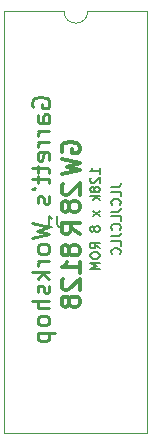
<source format=gbo>
G04 #@! TF.GenerationSoftware,KiCad,Pcbnew,(5.1.5-0-10_14)*
G04 #@! TF.CreationDate,2021-03-12T10:35:43-05:00*
G04 #@! TF.ProjectId,GW28R8128,47573238-5238-4313-9238-2e6b69636164,rev?*
G04 #@! TF.SameCoordinates,Original*
G04 #@! TF.FileFunction,Legend,Bot*
G04 #@! TF.FilePolarity,Positive*
%FSLAX46Y46*%
G04 Gerber Fmt 4.6, Leading zero omitted, Abs format (unit mm)*
G04 Created by KiCad (PCBNEW (5.1.5-0-10_14)) date 2021-03-12 10:35:43*
%MOMM*%
%LPD*%
G04 APERTURE LIST*
%ADD10C,0.203200*%
%ADD11C,0.300000*%
%ADD12C,0.225000*%
%ADD13C,0.120000*%
%ADD14C,0.150000*%
%ADD15C,0.100000*%
G04 APERTURE END LIST*
D10*
X51243895Y-33866666D02*
X51824466Y-33866666D01*
X51940580Y-33827961D01*
X52017990Y-33750552D01*
X52056695Y-33634438D01*
X52056695Y-33557028D01*
X52056695Y-34640761D02*
X52056695Y-34253714D01*
X51243895Y-34253714D01*
X51979285Y-35376152D02*
X52017990Y-35337447D01*
X52056695Y-35221333D01*
X52056695Y-35143923D01*
X52017990Y-35027809D01*
X51940580Y-34950400D01*
X51863171Y-34911695D01*
X51708352Y-34872990D01*
X51592238Y-34872990D01*
X51437419Y-34911695D01*
X51360009Y-34950400D01*
X51282600Y-35027809D01*
X51243895Y-35143923D01*
X51243895Y-35221333D01*
X51282600Y-35337447D01*
X51321304Y-35376152D01*
X51243895Y-35956723D02*
X51824466Y-35956723D01*
X51940580Y-35918019D01*
X52017990Y-35840609D01*
X52056695Y-35724495D01*
X52056695Y-35647085D01*
X52056695Y-36730819D02*
X52056695Y-36343771D01*
X51243895Y-36343771D01*
X51979285Y-37466209D02*
X52017990Y-37427504D01*
X52056695Y-37311390D01*
X52056695Y-37233980D01*
X52017990Y-37117866D01*
X51940580Y-37040457D01*
X51863171Y-37001752D01*
X51708352Y-36963047D01*
X51592238Y-36963047D01*
X51437419Y-37001752D01*
X51360009Y-37040457D01*
X51282600Y-37117866D01*
X51243895Y-37233980D01*
X51243895Y-37311390D01*
X51282600Y-37427504D01*
X51321304Y-37466209D01*
X51243895Y-38046780D02*
X51824466Y-38046780D01*
X51940580Y-38008076D01*
X52017990Y-37930666D01*
X52056695Y-37814552D01*
X52056695Y-37737142D01*
X52056695Y-38820876D02*
X52056695Y-38433828D01*
X51243895Y-38433828D01*
X51979285Y-39556266D02*
X52017990Y-39517561D01*
X52056695Y-39401447D01*
X52056695Y-39324038D01*
X52017990Y-39207923D01*
X51940580Y-39130514D01*
X51863171Y-39091809D01*
X51708352Y-39053104D01*
X51592238Y-39053104D01*
X51437419Y-39091809D01*
X51360009Y-39130514D01*
X51282600Y-39207923D01*
X51243895Y-39324038D01*
X51243895Y-39401447D01*
X51282600Y-39517561D01*
X51321304Y-39556266D01*
X50278695Y-32763580D02*
X50278695Y-32299123D01*
X50278695Y-32531352D02*
X49465895Y-32531352D01*
X49582009Y-32453942D01*
X49659419Y-32376533D01*
X49698123Y-32299123D01*
X49543304Y-33073219D02*
X49504600Y-33111923D01*
X49465895Y-33189333D01*
X49465895Y-33382857D01*
X49504600Y-33460266D01*
X49543304Y-33498971D01*
X49620714Y-33537676D01*
X49698123Y-33537676D01*
X49814238Y-33498971D01*
X50278695Y-33034514D01*
X50278695Y-33537676D01*
X49814238Y-34002133D02*
X49775533Y-33924723D01*
X49736828Y-33886019D01*
X49659419Y-33847314D01*
X49620714Y-33847314D01*
X49543304Y-33886019D01*
X49504600Y-33924723D01*
X49465895Y-34002133D01*
X49465895Y-34156952D01*
X49504600Y-34234361D01*
X49543304Y-34273066D01*
X49620714Y-34311771D01*
X49659419Y-34311771D01*
X49736828Y-34273066D01*
X49775533Y-34234361D01*
X49814238Y-34156952D01*
X49814238Y-34002133D01*
X49852942Y-33924723D01*
X49891647Y-33886019D01*
X49969057Y-33847314D01*
X50123876Y-33847314D01*
X50201285Y-33886019D01*
X50239990Y-33924723D01*
X50278695Y-34002133D01*
X50278695Y-34156952D01*
X50239990Y-34234361D01*
X50201285Y-34273066D01*
X50123876Y-34311771D01*
X49969057Y-34311771D01*
X49891647Y-34273066D01*
X49852942Y-34234361D01*
X49814238Y-34156952D01*
X50278695Y-34660114D02*
X49465895Y-34660114D01*
X49969057Y-34737523D02*
X50278695Y-34969752D01*
X49736828Y-34969752D02*
X50046466Y-34660114D01*
X50278695Y-35859961D02*
X49736828Y-36285714D01*
X49736828Y-35859961D02*
X50278695Y-36285714D01*
X49814238Y-37330742D02*
X49775533Y-37253333D01*
X49736828Y-37214628D01*
X49659419Y-37175923D01*
X49620714Y-37175923D01*
X49543304Y-37214628D01*
X49504600Y-37253333D01*
X49465895Y-37330742D01*
X49465895Y-37485561D01*
X49504600Y-37562971D01*
X49543304Y-37601676D01*
X49620714Y-37640380D01*
X49659419Y-37640380D01*
X49736828Y-37601676D01*
X49775533Y-37562971D01*
X49814238Y-37485561D01*
X49814238Y-37330742D01*
X49852942Y-37253333D01*
X49891647Y-37214628D01*
X49969057Y-37175923D01*
X50123876Y-37175923D01*
X50201285Y-37214628D01*
X50239990Y-37253333D01*
X50278695Y-37330742D01*
X50278695Y-37485561D01*
X50239990Y-37562971D01*
X50201285Y-37601676D01*
X50123876Y-37640380D01*
X49969057Y-37640380D01*
X49891647Y-37601676D01*
X49852942Y-37562971D01*
X49814238Y-37485561D01*
X50278695Y-39072457D02*
X49891647Y-38801523D01*
X50278695Y-38608000D02*
X49465895Y-38608000D01*
X49465895Y-38917638D01*
X49504600Y-38995047D01*
X49543304Y-39033752D01*
X49620714Y-39072457D01*
X49736828Y-39072457D01*
X49814238Y-39033752D01*
X49852942Y-38995047D01*
X49891647Y-38917638D01*
X49891647Y-38608000D01*
X49465895Y-39575619D02*
X49465895Y-39730438D01*
X49504600Y-39807847D01*
X49582009Y-39885257D01*
X49736828Y-39923961D01*
X50007761Y-39923961D01*
X50162580Y-39885257D01*
X50239990Y-39807847D01*
X50278695Y-39730438D01*
X50278695Y-39575619D01*
X50239990Y-39498209D01*
X50162580Y-39420800D01*
X50007761Y-39382095D01*
X49736828Y-39382095D01*
X49582009Y-39420800D01*
X49504600Y-39498209D01*
X49465895Y-39575619D01*
X50278695Y-40272304D02*
X49465895Y-40272304D01*
X50046466Y-40543238D01*
X49465895Y-40814171D01*
X50278695Y-40814171D01*
D11*
X47697571Y-39079714D02*
X47625000Y-38934571D01*
X47552428Y-38862000D01*
X47407285Y-38789428D01*
X47334714Y-38789428D01*
X47189571Y-38862000D01*
X47117000Y-38934571D01*
X47044428Y-39079714D01*
X47044428Y-39370000D01*
X47117000Y-39515142D01*
X47189571Y-39587714D01*
X47334714Y-39660285D01*
X47407285Y-39660285D01*
X47552428Y-39587714D01*
X47625000Y-39515142D01*
X47697571Y-39370000D01*
X47697571Y-39079714D01*
X47770142Y-38934571D01*
X47842714Y-38862000D01*
X47987857Y-38789428D01*
X48278142Y-38789428D01*
X48423285Y-38862000D01*
X48495857Y-38934571D01*
X48568428Y-39079714D01*
X48568428Y-39370000D01*
X48495857Y-39515142D01*
X48423285Y-39587714D01*
X48278142Y-39660285D01*
X47987857Y-39660285D01*
X47842714Y-39587714D01*
X47770142Y-39515142D01*
X47697571Y-39370000D01*
X48568428Y-41111714D02*
X48568428Y-40240857D01*
X48568428Y-40676285D02*
X47044428Y-40676285D01*
X47262142Y-40531142D01*
X47407285Y-40386000D01*
X47479857Y-40240857D01*
X47189571Y-41692285D02*
X47117000Y-41764857D01*
X47044428Y-41910000D01*
X47044428Y-42272857D01*
X47117000Y-42418000D01*
X47189571Y-42490571D01*
X47334714Y-42563142D01*
X47479857Y-42563142D01*
X47697571Y-42490571D01*
X48568428Y-41619714D01*
X48568428Y-42563142D01*
X47697571Y-43434000D02*
X47625000Y-43288857D01*
X47552428Y-43216285D01*
X47407285Y-43143714D01*
X47334714Y-43143714D01*
X47189571Y-43216285D01*
X47117000Y-43288857D01*
X47044428Y-43434000D01*
X47044428Y-43724285D01*
X47117000Y-43869428D01*
X47189571Y-43942000D01*
X47334714Y-44014571D01*
X47407285Y-44014571D01*
X47552428Y-43942000D01*
X47625000Y-43869428D01*
X47697571Y-43724285D01*
X47697571Y-43434000D01*
X47770142Y-43288857D01*
X47842714Y-43216285D01*
X47987857Y-43143714D01*
X48278142Y-43143714D01*
X48423285Y-43216285D01*
X48495857Y-43288857D01*
X48568428Y-43434000D01*
X48568428Y-43724285D01*
X48495857Y-43869428D01*
X48423285Y-43942000D01*
X48278142Y-44014571D01*
X47987857Y-44014571D01*
X47842714Y-43942000D01*
X47770142Y-43869428D01*
X47697571Y-43724285D01*
X48568428Y-37809714D02*
X47842714Y-37301714D01*
X48568428Y-36938857D02*
X47044428Y-36938857D01*
X47044428Y-37519428D01*
X47117000Y-37664571D01*
X47189571Y-37737142D01*
X47334714Y-37809714D01*
X47552428Y-37809714D01*
X47697571Y-37737142D01*
X47770142Y-37664571D01*
X47842714Y-37519428D01*
X47842714Y-36938857D01*
X47189571Y-33636857D02*
X47117000Y-33709428D01*
X47044428Y-33854571D01*
X47044428Y-34217428D01*
X47117000Y-34362571D01*
X47189571Y-34435142D01*
X47334714Y-34507714D01*
X47479857Y-34507714D01*
X47697571Y-34435142D01*
X48568428Y-33564285D01*
X48568428Y-34507714D01*
X47697571Y-35378571D02*
X47625000Y-35233428D01*
X47552428Y-35160857D01*
X47407285Y-35088285D01*
X47334714Y-35088285D01*
X47189571Y-35160857D01*
X47117000Y-35233428D01*
X47044428Y-35378571D01*
X47044428Y-35668857D01*
X47117000Y-35814000D01*
X47189571Y-35886571D01*
X47334714Y-35959142D01*
X47407285Y-35959142D01*
X47552428Y-35886571D01*
X47625000Y-35814000D01*
X47697571Y-35668857D01*
X47697571Y-35378571D01*
X47770142Y-35233428D01*
X47842714Y-35160857D01*
X47987857Y-35088285D01*
X48278142Y-35088285D01*
X48423285Y-35160857D01*
X48495857Y-35233428D01*
X48568428Y-35378571D01*
X48568428Y-35668857D01*
X48495857Y-35814000D01*
X48423285Y-35886571D01*
X48278142Y-35959142D01*
X47987857Y-35959142D01*
X47842714Y-35886571D01*
X47770142Y-35814000D01*
X47697571Y-35668857D01*
X47117000Y-30897285D02*
X47044428Y-30752142D01*
X47044428Y-30534428D01*
X47117000Y-30316714D01*
X47262142Y-30171571D01*
X47407285Y-30099000D01*
X47697571Y-30026428D01*
X47915285Y-30026428D01*
X48205571Y-30099000D01*
X48350714Y-30171571D01*
X48495857Y-30316714D01*
X48568428Y-30534428D01*
X48568428Y-30679571D01*
X48495857Y-30897285D01*
X48423285Y-30969857D01*
X47915285Y-30969857D01*
X47915285Y-30679571D01*
X47044428Y-31477857D02*
X48568428Y-31840714D01*
X47479857Y-32131000D01*
X48568428Y-32421285D01*
X47044428Y-32784142D01*
D12*
X44589000Y-27076000D02*
X44517571Y-26933142D01*
X44517571Y-26718857D01*
X44589000Y-26504571D01*
X44731857Y-26361714D01*
X44874714Y-26290285D01*
X45160428Y-26218857D01*
X45374714Y-26218857D01*
X45660428Y-26290285D01*
X45803285Y-26361714D01*
X45946142Y-26504571D01*
X46017571Y-26718857D01*
X46017571Y-26861714D01*
X45946142Y-27076000D01*
X45874714Y-27147428D01*
X45374714Y-27147428D01*
X45374714Y-26861714D01*
X46017571Y-28433142D02*
X45231857Y-28433142D01*
X45089000Y-28361714D01*
X45017571Y-28218857D01*
X45017571Y-27933142D01*
X45089000Y-27790285D01*
X45946142Y-28433142D02*
X46017571Y-28290285D01*
X46017571Y-27933142D01*
X45946142Y-27790285D01*
X45803285Y-27718857D01*
X45660428Y-27718857D01*
X45517571Y-27790285D01*
X45446142Y-27933142D01*
X45446142Y-28290285D01*
X45374714Y-28433142D01*
X46017571Y-29147428D02*
X45017571Y-29147428D01*
X45303285Y-29147428D02*
X45160428Y-29218857D01*
X45089000Y-29290285D01*
X45017571Y-29433142D01*
X45017571Y-29576000D01*
X46017571Y-30076000D02*
X45017571Y-30076000D01*
X45303285Y-30076000D02*
X45160428Y-30147428D01*
X45089000Y-30218857D01*
X45017571Y-30361714D01*
X45017571Y-30504571D01*
X45946142Y-31576000D02*
X46017571Y-31433142D01*
X46017571Y-31147428D01*
X45946142Y-31004571D01*
X45803285Y-30933142D01*
X45231857Y-30933142D01*
X45089000Y-31004571D01*
X45017571Y-31147428D01*
X45017571Y-31433142D01*
X45089000Y-31576000D01*
X45231857Y-31647428D01*
X45374714Y-31647428D01*
X45517571Y-30933142D01*
X45017571Y-32076000D02*
X45017571Y-32647428D01*
X44517571Y-32290285D02*
X45803285Y-32290285D01*
X45946142Y-32361714D01*
X46017571Y-32504571D01*
X46017571Y-32647428D01*
X45017571Y-32933142D02*
X45017571Y-33504571D01*
X44517571Y-33147428D02*
X45803285Y-33147428D01*
X45946142Y-33218857D01*
X46017571Y-33361714D01*
X46017571Y-33504571D01*
X44517571Y-34076000D02*
X44589000Y-34076000D01*
X44731857Y-34004571D01*
X44803285Y-33933142D01*
X45946142Y-34647428D02*
X46017571Y-34790285D01*
X46017571Y-35076000D01*
X45946142Y-35218857D01*
X45803285Y-35290285D01*
X45731857Y-35290285D01*
X45589000Y-35218857D01*
X45517571Y-35076000D01*
X45517571Y-34861714D01*
X45446142Y-34718857D01*
X45303285Y-34647428D01*
X45231857Y-34647428D01*
X45089000Y-34718857D01*
X45017571Y-34861714D01*
X45017571Y-35076000D01*
X45089000Y-35218857D01*
X44517571Y-36933142D02*
X46017571Y-37290285D01*
X44946142Y-37576000D01*
X46017571Y-37861714D01*
X44517571Y-38218857D01*
X46017571Y-39004571D02*
X45946142Y-38861714D01*
X45874714Y-38790285D01*
X45731857Y-38718857D01*
X45303285Y-38718857D01*
X45160428Y-38790285D01*
X45089000Y-38861714D01*
X45017571Y-39004571D01*
X45017571Y-39218857D01*
X45089000Y-39361714D01*
X45160428Y-39433142D01*
X45303285Y-39504571D01*
X45731857Y-39504571D01*
X45874714Y-39433142D01*
X45946142Y-39361714D01*
X46017571Y-39218857D01*
X46017571Y-39004571D01*
X46017571Y-40147428D02*
X45017571Y-40147428D01*
X45303285Y-40147428D02*
X45160428Y-40218857D01*
X45089000Y-40290285D01*
X45017571Y-40433142D01*
X45017571Y-40576000D01*
X46017571Y-41076000D02*
X44517571Y-41076000D01*
X45446142Y-41218857D02*
X46017571Y-41647428D01*
X45017571Y-41647428D02*
X45589000Y-41076000D01*
X45946142Y-42218857D02*
X46017571Y-42361714D01*
X46017571Y-42647428D01*
X45946142Y-42790285D01*
X45803285Y-42861714D01*
X45731857Y-42861714D01*
X45589000Y-42790285D01*
X45517571Y-42647428D01*
X45517571Y-42433142D01*
X45446142Y-42290285D01*
X45303285Y-42218857D01*
X45231857Y-42218857D01*
X45089000Y-42290285D01*
X45017571Y-42433142D01*
X45017571Y-42647428D01*
X45089000Y-42790285D01*
X46017571Y-43504571D02*
X44517571Y-43504571D01*
X46017571Y-44147428D02*
X45231857Y-44147428D01*
X45089000Y-44076000D01*
X45017571Y-43933142D01*
X45017571Y-43718857D01*
X45089000Y-43576000D01*
X45160428Y-43504571D01*
X46017571Y-45076000D02*
X45946142Y-44933142D01*
X45874714Y-44861714D01*
X45731857Y-44790285D01*
X45303285Y-44790285D01*
X45160428Y-44861714D01*
X45089000Y-44933142D01*
X45017571Y-45076000D01*
X45017571Y-45290285D01*
X45089000Y-45433142D01*
X45160428Y-45504571D01*
X45303285Y-45576000D01*
X45731857Y-45576000D01*
X45874714Y-45504571D01*
X45946142Y-45433142D01*
X46017571Y-45290285D01*
X46017571Y-45076000D01*
X45017571Y-46218857D02*
X46517571Y-46218857D01*
X45089000Y-46218857D02*
X45017571Y-46361714D01*
X45017571Y-46647428D01*
X45089000Y-46790285D01*
X45160428Y-46861714D01*
X45303285Y-46933142D01*
X45731857Y-46933142D01*
X45874714Y-46861714D01*
X45946142Y-46790285D01*
X46017571Y-46647428D01*
X46017571Y-46361714D01*
X45946142Y-46218857D01*
D13*
X49260000Y-18990000D02*
G75*
G02X47260000Y-18990000I-1000000J0D01*
G01*
X47260000Y-18990000D02*
X42200000Y-18990000D01*
X42200000Y-18990000D02*
X42200000Y-54670000D01*
X42200000Y-54670000D02*
X54320000Y-54670000D01*
X54320000Y-54670000D02*
X54320000Y-18990000D01*
X54320000Y-18990000D02*
X49260000Y-18990000D01*
D14*
X46688333Y-36282380D02*
X46688333Y-36996666D01*
X46735952Y-37139523D01*
X46831190Y-37234761D01*
X46974047Y-37282380D01*
X47069285Y-37282380D01*
X45688333Y-37282380D02*
X46259761Y-37282380D01*
X45974047Y-37282380D02*
X45974047Y-36282380D01*
X46069285Y-36425238D01*
X46164523Y-36520476D01*
X46259761Y-36568095D01*
%LPC*%
D15*
G36*
X41118270Y-19107259D02*
G01*
X41188001Y-19117603D01*
X41256383Y-19134731D01*
X41322757Y-19158480D01*
X41386483Y-19188621D01*
X41446948Y-19224862D01*
X41503570Y-19266856D01*
X41555803Y-19314197D01*
X41603144Y-19366430D01*
X41645138Y-19423052D01*
X41681379Y-19483517D01*
X41711520Y-19547243D01*
X41735269Y-19613617D01*
X41752397Y-19681999D01*
X41762741Y-19751730D01*
X41766200Y-19822140D01*
X41766200Y-20817860D01*
X41762741Y-20888270D01*
X41752397Y-20958001D01*
X41735269Y-21026383D01*
X41711520Y-21092757D01*
X41681379Y-21156483D01*
X41645138Y-21216948D01*
X41603144Y-21273570D01*
X41555803Y-21325803D01*
X41503570Y-21373144D01*
X41446948Y-21415138D01*
X41386483Y-21451379D01*
X41322757Y-21481520D01*
X41256383Y-21505269D01*
X41188001Y-21522397D01*
X41118270Y-21532741D01*
X41047860Y-21536200D01*
X40432140Y-21536200D01*
X40361730Y-21532741D01*
X40291999Y-21522397D01*
X40223617Y-21505269D01*
X40157243Y-21481520D01*
X40093517Y-21451379D01*
X40033052Y-21415138D01*
X39976430Y-21373144D01*
X39924197Y-21325803D01*
X39876856Y-21273570D01*
X39834862Y-21216948D01*
X39798621Y-21156483D01*
X39768480Y-21092757D01*
X39744731Y-21026383D01*
X39727603Y-20958001D01*
X39717259Y-20888270D01*
X39713800Y-20817860D01*
X39713800Y-19822140D01*
X39717259Y-19751730D01*
X39727603Y-19681999D01*
X39744731Y-19613617D01*
X39768480Y-19547243D01*
X39798621Y-19483517D01*
X39834862Y-19423052D01*
X39876856Y-19366430D01*
X39924197Y-19314197D01*
X39976430Y-19266856D01*
X40033052Y-19224862D01*
X40093517Y-19188621D01*
X40157243Y-19158480D01*
X40223617Y-19134731D01*
X40291999Y-19117603D01*
X40361730Y-19107259D01*
X40432140Y-19103800D01*
X41047860Y-19103800D01*
X41118270Y-19107259D01*
G37*
G36*
X56158270Y-52127259D02*
G01*
X56228001Y-52137603D01*
X56296383Y-52154731D01*
X56362757Y-52178480D01*
X56426483Y-52208621D01*
X56486948Y-52244862D01*
X56543570Y-52286856D01*
X56595803Y-52334197D01*
X56643144Y-52386430D01*
X56685138Y-52443052D01*
X56721379Y-52503517D01*
X56751520Y-52567243D01*
X56775269Y-52633617D01*
X56792397Y-52701999D01*
X56802741Y-52771730D01*
X56806200Y-52842140D01*
X56806200Y-53837860D01*
X56802741Y-53908270D01*
X56792397Y-53978001D01*
X56775269Y-54046383D01*
X56751520Y-54112757D01*
X56721379Y-54176483D01*
X56685138Y-54236948D01*
X56643144Y-54293570D01*
X56595803Y-54345803D01*
X56543570Y-54393144D01*
X56486948Y-54435138D01*
X56426483Y-54471379D01*
X56362757Y-54501520D01*
X56296383Y-54525269D01*
X56228001Y-54542397D01*
X56158270Y-54552741D01*
X56087860Y-54556200D01*
X55472140Y-54556200D01*
X55401730Y-54552741D01*
X55331999Y-54542397D01*
X55263617Y-54525269D01*
X55197243Y-54501520D01*
X55133517Y-54471379D01*
X55073052Y-54435138D01*
X55016430Y-54393144D01*
X54964197Y-54345803D01*
X54916856Y-54293570D01*
X54874862Y-54236948D01*
X54838621Y-54176483D01*
X54808480Y-54112757D01*
X54784731Y-54046383D01*
X54767603Y-53978001D01*
X54757259Y-53908270D01*
X54753800Y-53837860D01*
X54753800Y-52842140D01*
X54757259Y-52771730D01*
X54767603Y-52701999D01*
X54784731Y-52633617D01*
X54808480Y-52567243D01*
X54838621Y-52503517D01*
X54874862Y-52443052D01*
X54916856Y-52386430D01*
X54964197Y-52334197D01*
X55016430Y-52286856D01*
X55073052Y-52244862D01*
X55133517Y-52208621D01*
X55197243Y-52178480D01*
X55263617Y-52154731D01*
X55331999Y-52137603D01*
X55401730Y-52127259D01*
X55472140Y-52123800D01*
X56087860Y-52123800D01*
X56158270Y-52127259D01*
G37*
G36*
X40981408Y-21646922D02*
G01*
X41044345Y-21656258D01*
X41106063Y-21671717D01*
X41165969Y-21693152D01*
X41223485Y-21720355D01*
X41278058Y-21753065D01*
X41329163Y-21790966D01*
X41376306Y-21833694D01*
X41419034Y-21880837D01*
X41456935Y-21931942D01*
X41489645Y-21986515D01*
X41516848Y-22044031D01*
X41538283Y-22103937D01*
X41553742Y-22165655D01*
X41563078Y-22228592D01*
X41566200Y-22292140D01*
X41566200Y-23427860D01*
X41563078Y-23491408D01*
X41553742Y-23554345D01*
X41538283Y-23616063D01*
X41516848Y-23675969D01*
X41489645Y-23733485D01*
X41456935Y-23788058D01*
X41419034Y-23839163D01*
X41376306Y-23886306D01*
X41329163Y-23929034D01*
X41278058Y-23966935D01*
X41223485Y-23999645D01*
X41165969Y-24026848D01*
X41106063Y-24048283D01*
X41044345Y-24063742D01*
X40981408Y-24073078D01*
X40917860Y-24076200D01*
X40362140Y-24076200D01*
X40298592Y-24073078D01*
X40235655Y-24063742D01*
X40173937Y-24048283D01*
X40114031Y-24026848D01*
X40056515Y-23999645D01*
X40001942Y-23966935D01*
X39950837Y-23929034D01*
X39903694Y-23886306D01*
X39860966Y-23839163D01*
X39823065Y-23788058D01*
X39790355Y-23733485D01*
X39763152Y-23675969D01*
X39741717Y-23616063D01*
X39726258Y-23554345D01*
X39716922Y-23491408D01*
X39713800Y-23427860D01*
X39713800Y-22292140D01*
X39716922Y-22228592D01*
X39726258Y-22165655D01*
X39741717Y-22103937D01*
X39763152Y-22044031D01*
X39790355Y-21986515D01*
X39823065Y-21931942D01*
X39860966Y-21880837D01*
X39903694Y-21833694D01*
X39950837Y-21790966D01*
X40001942Y-21753065D01*
X40056515Y-21720355D01*
X40114031Y-21693152D01*
X40173937Y-21671717D01*
X40235655Y-21656258D01*
X40298592Y-21646922D01*
X40362140Y-21643800D01*
X40917860Y-21643800D01*
X40981408Y-21646922D01*
G37*
G36*
X56221408Y-49586922D02*
G01*
X56284345Y-49596258D01*
X56346063Y-49611717D01*
X56405969Y-49633152D01*
X56463485Y-49660355D01*
X56518058Y-49693065D01*
X56569163Y-49730966D01*
X56616306Y-49773694D01*
X56659034Y-49820837D01*
X56696935Y-49871942D01*
X56729645Y-49926515D01*
X56756848Y-49984031D01*
X56778283Y-50043937D01*
X56793742Y-50105655D01*
X56803078Y-50168592D01*
X56806200Y-50232140D01*
X56806200Y-51367860D01*
X56803078Y-51431408D01*
X56793742Y-51494345D01*
X56778283Y-51556063D01*
X56756848Y-51615969D01*
X56729645Y-51673485D01*
X56696935Y-51728058D01*
X56659034Y-51779163D01*
X56616306Y-51826306D01*
X56569163Y-51869034D01*
X56518058Y-51906935D01*
X56463485Y-51939645D01*
X56405969Y-51966848D01*
X56346063Y-51988283D01*
X56284345Y-52003742D01*
X56221408Y-52013078D01*
X56157860Y-52016200D01*
X55602140Y-52016200D01*
X55538592Y-52013078D01*
X55475655Y-52003742D01*
X55413937Y-51988283D01*
X55354031Y-51966848D01*
X55296515Y-51939645D01*
X55241942Y-51906935D01*
X55190837Y-51869034D01*
X55143694Y-51826306D01*
X55100966Y-51779163D01*
X55063065Y-51728058D01*
X55030355Y-51673485D01*
X55003152Y-51615969D01*
X54981717Y-51556063D01*
X54966258Y-51494345D01*
X54956922Y-51431408D01*
X54953800Y-51367860D01*
X54953800Y-50232140D01*
X54956922Y-50168592D01*
X54966258Y-50105655D01*
X54981717Y-50043937D01*
X55003152Y-49984031D01*
X55030355Y-49926515D01*
X55063065Y-49871942D01*
X55100966Y-49820837D01*
X55143694Y-49773694D01*
X55190837Y-49730966D01*
X55241942Y-49693065D01*
X55296515Y-49660355D01*
X55354031Y-49633152D01*
X55413937Y-49611717D01*
X55475655Y-49596258D01*
X55538592Y-49586922D01*
X55602140Y-49583800D01*
X56157860Y-49583800D01*
X56221408Y-49586922D01*
G37*
G36*
X40981408Y-24186922D02*
G01*
X41044345Y-24196258D01*
X41106063Y-24211717D01*
X41165969Y-24233152D01*
X41223485Y-24260355D01*
X41278058Y-24293065D01*
X41329163Y-24330966D01*
X41376306Y-24373694D01*
X41419034Y-24420837D01*
X41456935Y-24471942D01*
X41489645Y-24526515D01*
X41516848Y-24584031D01*
X41538283Y-24643937D01*
X41553742Y-24705655D01*
X41563078Y-24768592D01*
X41566200Y-24832140D01*
X41566200Y-25967860D01*
X41563078Y-26031408D01*
X41553742Y-26094345D01*
X41538283Y-26156063D01*
X41516848Y-26215969D01*
X41489645Y-26273485D01*
X41456935Y-26328058D01*
X41419034Y-26379163D01*
X41376306Y-26426306D01*
X41329163Y-26469034D01*
X41278058Y-26506935D01*
X41223485Y-26539645D01*
X41165969Y-26566848D01*
X41106063Y-26588283D01*
X41044345Y-26603742D01*
X40981408Y-26613078D01*
X40917860Y-26616200D01*
X40362140Y-26616200D01*
X40298592Y-26613078D01*
X40235655Y-26603742D01*
X40173937Y-26588283D01*
X40114031Y-26566848D01*
X40056515Y-26539645D01*
X40001942Y-26506935D01*
X39950837Y-26469034D01*
X39903694Y-26426306D01*
X39860966Y-26379163D01*
X39823065Y-26328058D01*
X39790355Y-26273485D01*
X39763152Y-26215969D01*
X39741717Y-26156063D01*
X39726258Y-26094345D01*
X39716922Y-26031408D01*
X39713800Y-25967860D01*
X39713800Y-24832140D01*
X39716922Y-24768592D01*
X39726258Y-24705655D01*
X39741717Y-24643937D01*
X39763152Y-24584031D01*
X39790355Y-24526515D01*
X39823065Y-24471942D01*
X39860966Y-24420837D01*
X39903694Y-24373694D01*
X39950837Y-24330966D01*
X40001942Y-24293065D01*
X40056515Y-24260355D01*
X40114031Y-24233152D01*
X40173937Y-24211717D01*
X40235655Y-24196258D01*
X40298592Y-24186922D01*
X40362140Y-24183800D01*
X40917860Y-24183800D01*
X40981408Y-24186922D01*
G37*
G36*
X56221408Y-47046922D02*
G01*
X56284345Y-47056258D01*
X56346063Y-47071717D01*
X56405969Y-47093152D01*
X56463485Y-47120355D01*
X56518058Y-47153065D01*
X56569163Y-47190966D01*
X56616306Y-47233694D01*
X56659034Y-47280837D01*
X56696935Y-47331942D01*
X56729645Y-47386515D01*
X56756848Y-47444031D01*
X56778283Y-47503937D01*
X56793742Y-47565655D01*
X56803078Y-47628592D01*
X56806200Y-47692140D01*
X56806200Y-48827860D01*
X56803078Y-48891408D01*
X56793742Y-48954345D01*
X56778283Y-49016063D01*
X56756848Y-49075969D01*
X56729645Y-49133485D01*
X56696935Y-49188058D01*
X56659034Y-49239163D01*
X56616306Y-49286306D01*
X56569163Y-49329034D01*
X56518058Y-49366935D01*
X56463485Y-49399645D01*
X56405969Y-49426848D01*
X56346063Y-49448283D01*
X56284345Y-49463742D01*
X56221408Y-49473078D01*
X56157860Y-49476200D01*
X55602140Y-49476200D01*
X55538592Y-49473078D01*
X55475655Y-49463742D01*
X55413937Y-49448283D01*
X55354031Y-49426848D01*
X55296515Y-49399645D01*
X55241942Y-49366935D01*
X55190837Y-49329034D01*
X55143694Y-49286306D01*
X55100966Y-49239163D01*
X55063065Y-49188058D01*
X55030355Y-49133485D01*
X55003152Y-49075969D01*
X54981717Y-49016063D01*
X54966258Y-48954345D01*
X54956922Y-48891408D01*
X54953800Y-48827860D01*
X54953800Y-47692140D01*
X54956922Y-47628592D01*
X54966258Y-47565655D01*
X54981717Y-47503937D01*
X55003152Y-47444031D01*
X55030355Y-47386515D01*
X55063065Y-47331942D01*
X55100966Y-47280837D01*
X55143694Y-47233694D01*
X55190837Y-47190966D01*
X55241942Y-47153065D01*
X55296515Y-47120355D01*
X55354031Y-47093152D01*
X55413937Y-47071717D01*
X55475655Y-47056258D01*
X55538592Y-47046922D01*
X55602140Y-47043800D01*
X56157860Y-47043800D01*
X56221408Y-47046922D01*
G37*
G36*
X40981408Y-26726922D02*
G01*
X41044345Y-26736258D01*
X41106063Y-26751717D01*
X41165969Y-26773152D01*
X41223485Y-26800355D01*
X41278058Y-26833065D01*
X41329163Y-26870966D01*
X41376306Y-26913694D01*
X41419034Y-26960837D01*
X41456935Y-27011942D01*
X41489645Y-27066515D01*
X41516848Y-27124031D01*
X41538283Y-27183937D01*
X41553742Y-27245655D01*
X41563078Y-27308592D01*
X41566200Y-27372140D01*
X41566200Y-28507860D01*
X41563078Y-28571408D01*
X41553742Y-28634345D01*
X41538283Y-28696063D01*
X41516848Y-28755969D01*
X41489645Y-28813485D01*
X41456935Y-28868058D01*
X41419034Y-28919163D01*
X41376306Y-28966306D01*
X41329163Y-29009034D01*
X41278058Y-29046935D01*
X41223485Y-29079645D01*
X41165969Y-29106848D01*
X41106063Y-29128283D01*
X41044345Y-29143742D01*
X40981408Y-29153078D01*
X40917860Y-29156200D01*
X40362140Y-29156200D01*
X40298592Y-29153078D01*
X40235655Y-29143742D01*
X40173937Y-29128283D01*
X40114031Y-29106848D01*
X40056515Y-29079645D01*
X40001942Y-29046935D01*
X39950837Y-29009034D01*
X39903694Y-28966306D01*
X39860966Y-28919163D01*
X39823065Y-28868058D01*
X39790355Y-28813485D01*
X39763152Y-28755969D01*
X39741717Y-28696063D01*
X39726258Y-28634345D01*
X39716922Y-28571408D01*
X39713800Y-28507860D01*
X39713800Y-27372140D01*
X39716922Y-27308592D01*
X39726258Y-27245655D01*
X39741717Y-27183937D01*
X39763152Y-27124031D01*
X39790355Y-27066515D01*
X39823065Y-27011942D01*
X39860966Y-26960837D01*
X39903694Y-26913694D01*
X39950837Y-26870966D01*
X40001942Y-26833065D01*
X40056515Y-26800355D01*
X40114031Y-26773152D01*
X40173937Y-26751717D01*
X40235655Y-26736258D01*
X40298592Y-26726922D01*
X40362140Y-26723800D01*
X40917860Y-26723800D01*
X40981408Y-26726922D01*
G37*
G36*
X56221408Y-44506922D02*
G01*
X56284345Y-44516258D01*
X56346063Y-44531717D01*
X56405969Y-44553152D01*
X56463485Y-44580355D01*
X56518058Y-44613065D01*
X56569163Y-44650966D01*
X56616306Y-44693694D01*
X56659034Y-44740837D01*
X56696935Y-44791942D01*
X56729645Y-44846515D01*
X56756848Y-44904031D01*
X56778283Y-44963937D01*
X56793742Y-45025655D01*
X56803078Y-45088592D01*
X56806200Y-45152140D01*
X56806200Y-46287860D01*
X56803078Y-46351408D01*
X56793742Y-46414345D01*
X56778283Y-46476063D01*
X56756848Y-46535969D01*
X56729645Y-46593485D01*
X56696935Y-46648058D01*
X56659034Y-46699163D01*
X56616306Y-46746306D01*
X56569163Y-46789034D01*
X56518058Y-46826935D01*
X56463485Y-46859645D01*
X56405969Y-46886848D01*
X56346063Y-46908283D01*
X56284345Y-46923742D01*
X56221408Y-46933078D01*
X56157860Y-46936200D01*
X55602140Y-46936200D01*
X55538592Y-46933078D01*
X55475655Y-46923742D01*
X55413937Y-46908283D01*
X55354031Y-46886848D01*
X55296515Y-46859645D01*
X55241942Y-46826935D01*
X55190837Y-46789034D01*
X55143694Y-46746306D01*
X55100966Y-46699163D01*
X55063065Y-46648058D01*
X55030355Y-46593485D01*
X55003152Y-46535969D01*
X54981717Y-46476063D01*
X54966258Y-46414345D01*
X54956922Y-46351408D01*
X54953800Y-46287860D01*
X54953800Y-45152140D01*
X54956922Y-45088592D01*
X54966258Y-45025655D01*
X54981717Y-44963937D01*
X55003152Y-44904031D01*
X55030355Y-44846515D01*
X55063065Y-44791942D01*
X55100966Y-44740837D01*
X55143694Y-44693694D01*
X55190837Y-44650966D01*
X55241942Y-44613065D01*
X55296515Y-44580355D01*
X55354031Y-44553152D01*
X55413937Y-44531717D01*
X55475655Y-44516258D01*
X55538592Y-44506922D01*
X55602140Y-44503800D01*
X56157860Y-44503800D01*
X56221408Y-44506922D01*
G37*
G36*
X40981408Y-29266922D02*
G01*
X41044345Y-29276258D01*
X41106063Y-29291717D01*
X41165969Y-29313152D01*
X41223485Y-29340355D01*
X41278058Y-29373065D01*
X41329163Y-29410966D01*
X41376306Y-29453694D01*
X41419034Y-29500837D01*
X41456935Y-29551942D01*
X41489645Y-29606515D01*
X41516848Y-29664031D01*
X41538283Y-29723937D01*
X41553742Y-29785655D01*
X41563078Y-29848592D01*
X41566200Y-29912140D01*
X41566200Y-31047860D01*
X41563078Y-31111408D01*
X41553742Y-31174345D01*
X41538283Y-31236063D01*
X41516848Y-31295969D01*
X41489645Y-31353485D01*
X41456935Y-31408058D01*
X41419034Y-31459163D01*
X41376306Y-31506306D01*
X41329163Y-31549034D01*
X41278058Y-31586935D01*
X41223485Y-31619645D01*
X41165969Y-31646848D01*
X41106063Y-31668283D01*
X41044345Y-31683742D01*
X40981408Y-31693078D01*
X40917860Y-31696200D01*
X40362140Y-31696200D01*
X40298592Y-31693078D01*
X40235655Y-31683742D01*
X40173937Y-31668283D01*
X40114031Y-31646848D01*
X40056515Y-31619645D01*
X40001942Y-31586935D01*
X39950837Y-31549034D01*
X39903694Y-31506306D01*
X39860966Y-31459163D01*
X39823065Y-31408058D01*
X39790355Y-31353485D01*
X39763152Y-31295969D01*
X39741717Y-31236063D01*
X39726258Y-31174345D01*
X39716922Y-31111408D01*
X39713800Y-31047860D01*
X39713800Y-29912140D01*
X39716922Y-29848592D01*
X39726258Y-29785655D01*
X39741717Y-29723937D01*
X39763152Y-29664031D01*
X39790355Y-29606515D01*
X39823065Y-29551942D01*
X39860966Y-29500837D01*
X39903694Y-29453694D01*
X39950837Y-29410966D01*
X40001942Y-29373065D01*
X40056515Y-29340355D01*
X40114031Y-29313152D01*
X40173937Y-29291717D01*
X40235655Y-29276258D01*
X40298592Y-29266922D01*
X40362140Y-29263800D01*
X40917860Y-29263800D01*
X40981408Y-29266922D01*
G37*
G36*
X56221408Y-41966922D02*
G01*
X56284345Y-41976258D01*
X56346063Y-41991717D01*
X56405969Y-42013152D01*
X56463485Y-42040355D01*
X56518058Y-42073065D01*
X56569163Y-42110966D01*
X56616306Y-42153694D01*
X56659034Y-42200837D01*
X56696935Y-42251942D01*
X56729645Y-42306515D01*
X56756848Y-42364031D01*
X56778283Y-42423937D01*
X56793742Y-42485655D01*
X56803078Y-42548592D01*
X56806200Y-42612140D01*
X56806200Y-43747860D01*
X56803078Y-43811408D01*
X56793742Y-43874345D01*
X56778283Y-43936063D01*
X56756848Y-43995969D01*
X56729645Y-44053485D01*
X56696935Y-44108058D01*
X56659034Y-44159163D01*
X56616306Y-44206306D01*
X56569163Y-44249034D01*
X56518058Y-44286935D01*
X56463485Y-44319645D01*
X56405969Y-44346848D01*
X56346063Y-44368283D01*
X56284345Y-44383742D01*
X56221408Y-44393078D01*
X56157860Y-44396200D01*
X55602140Y-44396200D01*
X55538592Y-44393078D01*
X55475655Y-44383742D01*
X55413937Y-44368283D01*
X55354031Y-44346848D01*
X55296515Y-44319645D01*
X55241942Y-44286935D01*
X55190837Y-44249034D01*
X55143694Y-44206306D01*
X55100966Y-44159163D01*
X55063065Y-44108058D01*
X55030355Y-44053485D01*
X55003152Y-43995969D01*
X54981717Y-43936063D01*
X54966258Y-43874345D01*
X54956922Y-43811408D01*
X54953800Y-43747860D01*
X54953800Y-42612140D01*
X54956922Y-42548592D01*
X54966258Y-42485655D01*
X54981717Y-42423937D01*
X55003152Y-42364031D01*
X55030355Y-42306515D01*
X55063065Y-42251942D01*
X55100966Y-42200837D01*
X55143694Y-42153694D01*
X55190837Y-42110966D01*
X55241942Y-42073065D01*
X55296515Y-42040355D01*
X55354031Y-42013152D01*
X55413937Y-41991717D01*
X55475655Y-41976258D01*
X55538592Y-41966922D01*
X55602140Y-41963800D01*
X56157860Y-41963800D01*
X56221408Y-41966922D01*
G37*
G36*
X40981408Y-31806922D02*
G01*
X41044345Y-31816258D01*
X41106063Y-31831717D01*
X41165969Y-31853152D01*
X41223485Y-31880355D01*
X41278058Y-31913065D01*
X41329163Y-31950966D01*
X41376306Y-31993694D01*
X41419034Y-32040837D01*
X41456935Y-32091942D01*
X41489645Y-32146515D01*
X41516848Y-32204031D01*
X41538283Y-32263937D01*
X41553742Y-32325655D01*
X41563078Y-32388592D01*
X41566200Y-32452140D01*
X41566200Y-33587860D01*
X41563078Y-33651408D01*
X41553742Y-33714345D01*
X41538283Y-33776063D01*
X41516848Y-33835969D01*
X41489645Y-33893485D01*
X41456935Y-33948058D01*
X41419034Y-33999163D01*
X41376306Y-34046306D01*
X41329163Y-34089034D01*
X41278058Y-34126935D01*
X41223485Y-34159645D01*
X41165969Y-34186848D01*
X41106063Y-34208283D01*
X41044345Y-34223742D01*
X40981408Y-34233078D01*
X40917860Y-34236200D01*
X40362140Y-34236200D01*
X40298592Y-34233078D01*
X40235655Y-34223742D01*
X40173937Y-34208283D01*
X40114031Y-34186848D01*
X40056515Y-34159645D01*
X40001942Y-34126935D01*
X39950837Y-34089034D01*
X39903694Y-34046306D01*
X39860966Y-33999163D01*
X39823065Y-33948058D01*
X39790355Y-33893485D01*
X39763152Y-33835969D01*
X39741717Y-33776063D01*
X39726258Y-33714345D01*
X39716922Y-33651408D01*
X39713800Y-33587860D01*
X39713800Y-32452140D01*
X39716922Y-32388592D01*
X39726258Y-32325655D01*
X39741717Y-32263937D01*
X39763152Y-32204031D01*
X39790355Y-32146515D01*
X39823065Y-32091942D01*
X39860966Y-32040837D01*
X39903694Y-31993694D01*
X39950837Y-31950966D01*
X40001942Y-31913065D01*
X40056515Y-31880355D01*
X40114031Y-31853152D01*
X40173937Y-31831717D01*
X40235655Y-31816258D01*
X40298592Y-31806922D01*
X40362140Y-31803800D01*
X40917860Y-31803800D01*
X40981408Y-31806922D01*
G37*
G36*
X56221408Y-39426922D02*
G01*
X56284345Y-39436258D01*
X56346063Y-39451717D01*
X56405969Y-39473152D01*
X56463485Y-39500355D01*
X56518058Y-39533065D01*
X56569163Y-39570966D01*
X56616306Y-39613694D01*
X56659034Y-39660837D01*
X56696935Y-39711942D01*
X56729645Y-39766515D01*
X56756848Y-39824031D01*
X56778283Y-39883937D01*
X56793742Y-39945655D01*
X56803078Y-40008592D01*
X56806200Y-40072140D01*
X56806200Y-41207860D01*
X56803078Y-41271408D01*
X56793742Y-41334345D01*
X56778283Y-41396063D01*
X56756848Y-41455969D01*
X56729645Y-41513485D01*
X56696935Y-41568058D01*
X56659034Y-41619163D01*
X56616306Y-41666306D01*
X56569163Y-41709034D01*
X56518058Y-41746935D01*
X56463485Y-41779645D01*
X56405969Y-41806848D01*
X56346063Y-41828283D01*
X56284345Y-41843742D01*
X56221408Y-41853078D01*
X56157860Y-41856200D01*
X55602140Y-41856200D01*
X55538592Y-41853078D01*
X55475655Y-41843742D01*
X55413937Y-41828283D01*
X55354031Y-41806848D01*
X55296515Y-41779645D01*
X55241942Y-41746935D01*
X55190837Y-41709034D01*
X55143694Y-41666306D01*
X55100966Y-41619163D01*
X55063065Y-41568058D01*
X55030355Y-41513485D01*
X55003152Y-41455969D01*
X54981717Y-41396063D01*
X54966258Y-41334345D01*
X54956922Y-41271408D01*
X54953800Y-41207860D01*
X54953800Y-40072140D01*
X54956922Y-40008592D01*
X54966258Y-39945655D01*
X54981717Y-39883937D01*
X55003152Y-39824031D01*
X55030355Y-39766515D01*
X55063065Y-39711942D01*
X55100966Y-39660837D01*
X55143694Y-39613694D01*
X55190837Y-39570966D01*
X55241942Y-39533065D01*
X55296515Y-39500355D01*
X55354031Y-39473152D01*
X55413937Y-39451717D01*
X55475655Y-39436258D01*
X55538592Y-39426922D01*
X55602140Y-39423800D01*
X56157860Y-39423800D01*
X56221408Y-39426922D01*
G37*
G36*
X40981408Y-34346922D02*
G01*
X41044345Y-34356258D01*
X41106063Y-34371717D01*
X41165969Y-34393152D01*
X41223485Y-34420355D01*
X41278058Y-34453065D01*
X41329163Y-34490966D01*
X41376306Y-34533694D01*
X41419034Y-34580837D01*
X41456935Y-34631942D01*
X41489645Y-34686515D01*
X41516848Y-34744031D01*
X41538283Y-34803937D01*
X41553742Y-34865655D01*
X41563078Y-34928592D01*
X41566200Y-34992140D01*
X41566200Y-36127860D01*
X41563078Y-36191408D01*
X41553742Y-36254345D01*
X41538283Y-36316063D01*
X41516848Y-36375969D01*
X41489645Y-36433485D01*
X41456935Y-36488058D01*
X41419034Y-36539163D01*
X41376306Y-36586306D01*
X41329163Y-36629034D01*
X41278058Y-36666935D01*
X41223485Y-36699645D01*
X41165969Y-36726848D01*
X41106063Y-36748283D01*
X41044345Y-36763742D01*
X40981408Y-36773078D01*
X40917860Y-36776200D01*
X40362140Y-36776200D01*
X40298592Y-36773078D01*
X40235655Y-36763742D01*
X40173937Y-36748283D01*
X40114031Y-36726848D01*
X40056515Y-36699645D01*
X40001942Y-36666935D01*
X39950837Y-36629034D01*
X39903694Y-36586306D01*
X39860966Y-36539163D01*
X39823065Y-36488058D01*
X39790355Y-36433485D01*
X39763152Y-36375969D01*
X39741717Y-36316063D01*
X39726258Y-36254345D01*
X39716922Y-36191408D01*
X39713800Y-36127860D01*
X39713800Y-34992140D01*
X39716922Y-34928592D01*
X39726258Y-34865655D01*
X39741717Y-34803937D01*
X39763152Y-34744031D01*
X39790355Y-34686515D01*
X39823065Y-34631942D01*
X39860966Y-34580837D01*
X39903694Y-34533694D01*
X39950837Y-34490966D01*
X40001942Y-34453065D01*
X40056515Y-34420355D01*
X40114031Y-34393152D01*
X40173937Y-34371717D01*
X40235655Y-34356258D01*
X40298592Y-34346922D01*
X40362140Y-34343800D01*
X40917860Y-34343800D01*
X40981408Y-34346922D01*
G37*
G36*
X56221408Y-36886922D02*
G01*
X56284345Y-36896258D01*
X56346063Y-36911717D01*
X56405969Y-36933152D01*
X56463485Y-36960355D01*
X56518058Y-36993065D01*
X56569163Y-37030966D01*
X56616306Y-37073694D01*
X56659034Y-37120837D01*
X56696935Y-37171942D01*
X56729645Y-37226515D01*
X56756848Y-37284031D01*
X56778283Y-37343937D01*
X56793742Y-37405655D01*
X56803078Y-37468592D01*
X56806200Y-37532140D01*
X56806200Y-38667860D01*
X56803078Y-38731408D01*
X56793742Y-38794345D01*
X56778283Y-38856063D01*
X56756848Y-38915969D01*
X56729645Y-38973485D01*
X56696935Y-39028058D01*
X56659034Y-39079163D01*
X56616306Y-39126306D01*
X56569163Y-39169034D01*
X56518058Y-39206935D01*
X56463485Y-39239645D01*
X56405969Y-39266848D01*
X56346063Y-39288283D01*
X56284345Y-39303742D01*
X56221408Y-39313078D01*
X56157860Y-39316200D01*
X55602140Y-39316200D01*
X55538592Y-39313078D01*
X55475655Y-39303742D01*
X55413937Y-39288283D01*
X55354031Y-39266848D01*
X55296515Y-39239645D01*
X55241942Y-39206935D01*
X55190837Y-39169034D01*
X55143694Y-39126306D01*
X55100966Y-39079163D01*
X55063065Y-39028058D01*
X55030355Y-38973485D01*
X55003152Y-38915969D01*
X54981717Y-38856063D01*
X54966258Y-38794345D01*
X54956922Y-38731408D01*
X54953800Y-38667860D01*
X54953800Y-37532140D01*
X54956922Y-37468592D01*
X54966258Y-37405655D01*
X54981717Y-37343937D01*
X55003152Y-37284031D01*
X55030355Y-37226515D01*
X55063065Y-37171942D01*
X55100966Y-37120837D01*
X55143694Y-37073694D01*
X55190837Y-37030966D01*
X55241942Y-36993065D01*
X55296515Y-36960355D01*
X55354031Y-36933152D01*
X55413937Y-36911717D01*
X55475655Y-36896258D01*
X55538592Y-36886922D01*
X55602140Y-36883800D01*
X56157860Y-36883800D01*
X56221408Y-36886922D01*
G37*
G36*
X40981408Y-36886922D02*
G01*
X41044345Y-36896258D01*
X41106063Y-36911717D01*
X41165969Y-36933152D01*
X41223485Y-36960355D01*
X41278058Y-36993065D01*
X41329163Y-37030966D01*
X41376306Y-37073694D01*
X41419034Y-37120837D01*
X41456935Y-37171942D01*
X41489645Y-37226515D01*
X41516848Y-37284031D01*
X41538283Y-37343937D01*
X41553742Y-37405655D01*
X41563078Y-37468592D01*
X41566200Y-37532140D01*
X41566200Y-38667860D01*
X41563078Y-38731408D01*
X41553742Y-38794345D01*
X41538283Y-38856063D01*
X41516848Y-38915969D01*
X41489645Y-38973485D01*
X41456935Y-39028058D01*
X41419034Y-39079163D01*
X41376306Y-39126306D01*
X41329163Y-39169034D01*
X41278058Y-39206935D01*
X41223485Y-39239645D01*
X41165969Y-39266848D01*
X41106063Y-39288283D01*
X41044345Y-39303742D01*
X40981408Y-39313078D01*
X40917860Y-39316200D01*
X40362140Y-39316200D01*
X40298592Y-39313078D01*
X40235655Y-39303742D01*
X40173937Y-39288283D01*
X40114031Y-39266848D01*
X40056515Y-39239645D01*
X40001942Y-39206935D01*
X39950837Y-39169034D01*
X39903694Y-39126306D01*
X39860966Y-39079163D01*
X39823065Y-39028058D01*
X39790355Y-38973485D01*
X39763152Y-38915969D01*
X39741717Y-38856063D01*
X39726258Y-38794345D01*
X39716922Y-38731408D01*
X39713800Y-38667860D01*
X39713800Y-37532140D01*
X39716922Y-37468592D01*
X39726258Y-37405655D01*
X39741717Y-37343937D01*
X39763152Y-37284031D01*
X39790355Y-37226515D01*
X39823065Y-37171942D01*
X39860966Y-37120837D01*
X39903694Y-37073694D01*
X39950837Y-37030966D01*
X40001942Y-36993065D01*
X40056515Y-36960355D01*
X40114031Y-36933152D01*
X40173937Y-36911717D01*
X40235655Y-36896258D01*
X40298592Y-36886922D01*
X40362140Y-36883800D01*
X40917860Y-36883800D01*
X40981408Y-36886922D01*
G37*
G36*
X56221408Y-34346922D02*
G01*
X56284345Y-34356258D01*
X56346063Y-34371717D01*
X56405969Y-34393152D01*
X56463485Y-34420355D01*
X56518058Y-34453065D01*
X56569163Y-34490966D01*
X56616306Y-34533694D01*
X56659034Y-34580837D01*
X56696935Y-34631942D01*
X56729645Y-34686515D01*
X56756848Y-34744031D01*
X56778283Y-34803937D01*
X56793742Y-34865655D01*
X56803078Y-34928592D01*
X56806200Y-34992140D01*
X56806200Y-36127860D01*
X56803078Y-36191408D01*
X56793742Y-36254345D01*
X56778283Y-36316063D01*
X56756848Y-36375969D01*
X56729645Y-36433485D01*
X56696935Y-36488058D01*
X56659034Y-36539163D01*
X56616306Y-36586306D01*
X56569163Y-36629034D01*
X56518058Y-36666935D01*
X56463485Y-36699645D01*
X56405969Y-36726848D01*
X56346063Y-36748283D01*
X56284345Y-36763742D01*
X56221408Y-36773078D01*
X56157860Y-36776200D01*
X55602140Y-36776200D01*
X55538592Y-36773078D01*
X55475655Y-36763742D01*
X55413937Y-36748283D01*
X55354031Y-36726848D01*
X55296515Y-36699645D01*
X55241942Y-36666935D01*
X55190837Y-36629034D01*
X55143694Y-36586306D01*
X55100966Y-36539163D01*
X55063065Y-36488058D01*
X55030355Y-36433485D01*
X55003152Y-36375969D01*
X54981717Y-36316063D01*
X54966258Y-36254345D01*
X54956922Y-36191408D01*
X54953800Y-36127860D01*
X54953800Y-34992140D01*
X54956922Y-34928592D01*
X54966258Y-34865655D01*
X54981717Y-34803937D01*
X55003152Y-34744031D01*
X55030355Y-34686515D01*
X55063065Y-34631942D01*
X55100966Y-34580837D01*
X55143694Y-34533694D01*
X55190837Y-34490966D01*
X55241942Y-34453065D01*
X55296515Y-34420355D01*
X55354031Y-34393152D01*
X55413937Y-34371717D01*
X55475655Y-34356258D01*
X55538592Y-34346922D01*
X55602140Y-34343800D01*
X56157860Y-34343800D01*
X56221408Y-34346922D01*
G37*
G36*
X40981408Y-39426922D02*
G01*
X41044345Y-39436258D01*
X41106063Y-39451717D01*
X41165969Y-39473152D01*
X41223485Y-39500355D01*
X41278058Y-39533065D01*
X41329163Y-39570966D01*
X41376306Y-39613694D01*
X41419034Y-39660837D01*
X41456935Y-39711942D01*
X41489645Y-39766515D01*
X41516848Y-39824031D01*
X41538283Y-39883937D01*
X41553742Y-39945655D01*
X41563078Y-40008592D01*
X41566200Y-40072140D01*
X41566200Y-41207860D01*
X41563078Y-41271408D01*
X41553742Y-41334345D01*
X41538283Y-41396063D01*
X41516848Y-41455969D01*
X41489645Y-41513485D01*
X41456935Y-41568058D01*
X41419034Y-41619163D01*
X41376306Y-41666306D01*
X41329163Y-41709034D01*
X41278058Y-41746935D01*
X41223485Y-41779645D01*
X41165969Y-41806848D01*
X41106063Y-41828283D01*
X41044345Y-41843742D01*
X40981408Y-41853078D01*
X40917860Y-41856200D01*
X40362140Y-41856200D01*
X40298592Y-41853078D01*
X40235655Y-41843742D01*
X40173937Y-41828283D01*
X40114031Y-41806848D01*
X40056515Y-41779645D01*
X40001942Y-41746935D01*
X39950837Y-41709034D01*
X39903694Y-41666306D01*
X39860966Y-41619163D01*
X39823065Y-41568058D01*
X39790355Y-41513485D01*
X39763152Y-41455969D01*
X39741717Y-41396063D01*
X39726258Y-41334345D01*
X39716922Y-41271408D01*
X39713800Y-41207860D01*
X39713800Y-40072140D01*
X39716922Y-40008592D01*
X39726258Y-39945655D01*
X39741717Y-39883937D01*
X39763152Y-39824031D01*
X39790355Y-39766515D01*
X39823065Y-39711942D01*
X39860966Y-39660837D01*
X39903694Y-39613694D01*
X39950837Y-39570966D01*
X40001942Y-39533065D01*
X40056515Y-39500355D01*
X40114031Y-39473152D01*
X40173937Y-39451717D01*
X40235655Y-39436258D01*
X40298592Y-39426922D01*
X40362140Y-39423800D01*
X40917860Y-39423800D01*
X40981408Y-39426922D01*
G37*
G36*
X56221408Y-31806922D02*
G01*
X56284345Y-31816258D01*
X56346063Y-31831717D01*
X56405969Y-31853152D01*
X56463485Y-31880355D01*
X56518058Y-31913065D01*
X56569163Y-31950966D01*
X56616306Y-31993694D01*
X56659034Y-32040837D01*
X56696935Y-32091942D01*
X56729645Y-32146515D01*
X56756848Y-32204031D01*
X56778283Y-32263937D01*
X56793742Y-32325655D01*
X56803078Y-32388592D01*
X56806200Y-32452140D01*
X56806200Y-33587860D01*
X56803078Y-33651408D01*
X56793742Y-33714345D01*
X56778283Y-33776063D01*
X56756848Y-33835969D01*
X56729645Y-33893485D01*
X56696935Y-33948058D01*
X56659034Y-33999163D01*
X56616306Y-34046306D01*
X56569163Y-34089034D01*
X56518058Y-34126935D01*
X56463485Y-34159645D01*
X56405969Y-34186848D01*
X56346063Y-34208283D01*
X56284345Y-34223742D01*
X56221408Y-34233078D01*
X56157860Y-34236200D01*
X55602140Y-34236200D01*
X55538592Y-34233078D01*
X55475655Y-34223742D01*
X55413937Y-34208283D01*
X55354031Y-34186848D01*
X55296515Y-34159645D01*
X55241942Y-34126935D01*
X55190837Y-34089034D01*
X55143694Y-34046306D01*
X55100966Y-33999163D01*
X55063065Y-33948058D01*
X55030355Y-33893485D01*
X55003152Y-33835969D01*
X54981717Y-33776063D01*
X54966258Y-33714345D01*
X54956922Y-33651408D01*
X54953800Y-33587860D01*
X54953800Y-32452140D01*
X54956922Y-32388592D01*
X54966258Y-32325655D01*
X54981717Y-32263937D01*
X55003152Y-32204031D01*
X55030355Y-32146515D01*
X55063065Y-32091942D01*
X55100966Y-32040837D01*
X55143694Y-31993694D01*
X55190837Y-31950966D01*
X55241942Y-31913065D01*
X55296515Y-31880355D01*
X55354031Y-31853152D01*
X55413937Y-31831717D01*
X55475655Y-31816258D01*
X55538592Y-31806922D01*
X55602140Y-31803800D01*
X56157860Y-31803800D01*
X56221408Y-31806922D01*
G37*
G36*
X40981408Y-41966922D02*
G01*
X41044345Y-41976258D01*
X41106063Y-41991717D01*
X41165969Y-42013152D01*
X41223485Y-42040355D01*
X41278058Y-42073065D01*
X41329163Y-42110966D01*
X41376306Y-42153694D01*
X41419034Y-42200837D01*
X41456935Y-42251942D01*
X41489645Y-42306515D01*
X41516848Y-42364031D01*
X41538283Y-42423937D01*
X41553742Y-42485655D01*
X41563078Y-42548592D01*
X41566200Y-42612140D01*
X41566200Y-43747860D01*
X41563078Y-43811408D01*
X41553742Y-43874345D01*
X41538283Y-43936063D01*
X41516848Y-43995969D01*
X41489645Y-44053485D01*
X41456935Y-44108058D01*
X41419034Y-44159163D01*
X41376306Y-44206306D01*
X41329163Y-44249034D01*
X41278058Y-44286935D01*
X41223485Y-44319645D01*
X41165969Y-44346848D01*
X41106063Y-44368283D01*
X41044345Y-44383742D01*
X40981408Y-44393078D01*
X40917860Y-44396200D01*
X40362140Y-44396200D01*
X40298592Y-44393078D01*
X40235655Y-44383742D01*
X40173937Y-44368283D01*
X40114031Y-44346848D01*
X40056515Y-44319645D01*
X40001942Y-44286935D01*
X39950837Y-44249034D01*
X39903694Y-44206306D01*
X39860966Y-44159163D01*
X39823065Y-44108058D01*
X39790355Y-44053485D01*
X39763152Y-43995969D01*
X39741717Y-43936063D01*
X39726258Y-43874345D01*
X39716922Y-43811408D01*
X39713800Y-43747860D01*
X39713800Y-42612140D01*
X39716922Y-42548592D01*
X39726258Y-42485655D01*
X39741717Y-42423937D01*
X39763152Y-42364031D01*
X39790355Y-42306515D01*
X39823065Y-42251942D01*
X39860966Y-42200837D01*
X39903694Y-42153694D01*
X39950837Y-42110966D01*
X40001942Y-42073065D01*
X40056515Y-42040355D01*
X40114031Y-42013152D01*
X40173937Y-41991717D01*
X40235655Y-41976258D01*
X40298592Y-41966922D01*
X40362140Y-41963800D01*
X40917860Y-41963800D01*
X40981408Y-41966922D01*
G37*
G36*
X56221408Y-29266922D02*
G01*
X56284345Y-29276258D01*
X56346063Y-29291717D01*
X56405969Y-29313152D01*
X56463485Y-29340355D01*
X56518058Y-29373065D01*
X56569163Y-29410966D01*
X56616306Y-29453694D01*
X56659034Y-29500837D01*
X56696935Y-29551942D01*
X56729645Y-29606515D01*
X56756848Y-29664031D01*
X56778283Y-29723937D01*
X56793742Y-29785655D01*
X56803078Y-29848592D01*
X56806200Y-29912140D01*
X56806200Y-31047860D01*
X56803078Y-31111408D01*
X56793742Y-31174345D01*
X56778283Y-31236063D01*
X56756848Y-31295969D01*
X56729645Y-31353485D01*
X56696935Y-31408058D01*
X56659034Y-31459163D01*
X56616306Y-31506306D01*
X56569163Y-31549034D01*
X56518058Y-31586935D01*
X56463485Y-31619645D01*
X56405969Y-31646848D01*
X56346063Y-31668283D01*
X56284345Y-31683742D01*
X56221408Y-31693078D01*
X56157860Y-31696200D01*
X55602140Y-31696200D01*
X55538592Y-31693078D01*
X55475655Y-31683742D01*
X55413937Y-31668283D01*
X55354031Y-31646848D01*
X55296515Y-31619645D01*
X55241942Y-31586935D01*
X55190837Y-31549034D01*
X55143694Y-31506306D01*
X55100966Y-31459163D01*
X55063065Y-31408058D01*
X55030355Y-31353485D01*
X55003152Y-31295969D01*
X54981717Y-31236063D01*
X54966258Y-31174345D01*
X54956922Y-31111408D01*
X54953800Y-31047860D01*
X54953800Y-29912140D01*
X54956922Y-29848592D01*
X54966258Y-29785655D01*
X54981717Y-29723937D01*
X55003152Y-29664031D01*
X55030355Y-29606515D01*
X55063065Y-29551942D01*
X55100966Y-29500837D01*
X55143694Y-29453694D01*
X55190837Y-29410966D01*
X55241942Y-29373065D01*
X55296515Y-29340355D01*
X55354031Y-29313152D01*
X55413937Y-29291717D01*
X55475655Y-29276258D01*
X55538592Y-29266922D01*
X55602140Y-29263800D01*
X56157860Y-29263800D01*
X56221408Y-29266922D01*
G37*
G36*
X40981408Y-44506922D02*
G01*
X41044345Y-44516258D01*
X41106063Y-44531717D01*
X41165969Y-44553152D01*
X41223485Y-44580355D01*
X41278058Y-44613065D01*
X41329163Y-44650966D01*
X41376306Y-44693694D01*
X41419034Y-44740837D01*
X41456935Y-44791942D01*
X41489645Y-44846515D01*
X41516848Y-44904031D01*
X41538283Y-44963937D01*
X41553742Y-45025655D01*
X41563078Y-45088592D01*
X41566200Y-45152140D01*
X41566200Y-46287860D01*
X41563078Y-46351408D01*
X41553742Y-46414345D01*
X41538283Y-46476063D01*
X41516848Y-46535969D01*
X41489645Y-46593485D01*
X41456935Y-46648058D01*
X41419034Y-46699163D01*
X41376306Y-46746306D01*
X41329163Y-46789034D01*
X41278058Y-46826935D01*
X41223485Y-46859645D01*
X41165969Y-46886848D01*
X41106063Y-46908283D01*
X41044345Y-46923742D01*
X40981408Y-46933078D01*
X40917860Y-46936200D01*
X40362140Y-46936200D01*
X40298592Y-46933078D01*
X40235655Y-46923742D01*
X40173937Y-46908283D01*
X40114031Y-46886848D01*
X40056515Y-46859645D01*
X40001942Y-46826935D01*
X39950837Y-46789034D01*
X39903694Y-46746306D01*
X39860966Y-46699163D01*
X39823065Y-46648058D01*
X39790355Y-46593485D01*
X39763152Y-46535969D01*
X39741717Y-46476063D01*
X39726258Y-46414345D01*
X39716922Y-46351408D01*
X39713800Y-46287860D01*
X39713800Y-45152140D01*
X39716922Y-45088592D01*
X39726258Y-45025655D01*
X39741717Y-44963937D01*
X39763152Y-44904031D01*
X39790355Y-44846515D01*
X39823065Y-44791942D01*
X39860966Y-44740837D01*
X39903694Y-44693694D01*
X39950837Y-44650966D01*
X40001942Y-44613065D01*
X40056515Y-44580355D01*
X40114031Y-44553152D01*
X40173937Y-44531717D01*
X40235655Y-44516258D01*
X40298592Y-44506922D01*
X40362140Y-44503800D01*
X40917860Y-44503800D01*
X40981408Y-44506922D01*
G37*
G36*
X56221408Y-26726922D02*
G01*
X56284345Y-26736258D01*
X56346063Y-26751717D01*
X56405969Y-26773152D01*
X56463485Y-26800355D01*
X56518058Y-26833065D01*
X56569163Y-26870966D01*
X56616306Y-26913694D01*
X56659034Y-26960837D01*
X56696935Y-27011942D01*
X56729645Y-27066515D01*
X56756848Y-27124031D01*
X56778283Y-27183937D01*
X56793742Y-27245655D01*
X56803078Y-27308592D01*
X56806200Y-27372140D01*
X56806200Y-28507860D01*
X56803078Y-28571408D01*
X56793742Y-28634345D01*
X56778283Y-28696063D01*
X56756848Y-28755969D01*
X56729645Y-28813485D01*
X56696935Y-28868058D01*
X56659034Y-28919163D01*
X56616306Y-28966306D01*
X56569163Y-29009034D01*
X56518058Y-29046935D01*
X56463485Y-29079645D01*
X56405969Y-29106848D01*
X56346063Y-29128283D01*
X56284345Y-29143742D01*
X56221408Y-29153078D01*
X56157860Y-29156200D01*
X55602140Y-29156200D01*
X55538592Y-29153078D01*
X55475655Y-29143742D01*
X55413937Y-29128283D01*
X55354031Y-29106848D01*
X55296515Y-29079645D01*
X55241942Y-29046935D01*
X55190837Y-29009034D01*
X55143694Y-28966306D01*
X55100966Y-28919163D01*
X55063065Y-28868058D01*
X55030355Y-28813485D01*
X55003152Y-28755969D01*
X54981717Y-28696063D01*
X54966258Y-28634345D01*
X54956922Y-28571408D01*
X54953800Y-28507860D01*
X54953800Y-27372140D01*
X54956922Y-27308592D01*
X54966258Y-27245655D01*
X54981717Y-27183937D01*
X55003152Y-27124031D01*
X55030355Y-27066515D01*
X55063065Y-27011942D01*
X55100966Y-26960837D01*
X55143694Y-26913694D01*
X55190837Y-26870966D01*
X55241942Y-26833065D01*
X55296515Y-26800355D01*
X55354031Y-26773152D01*
X55413937Y-26751717D01*
X55475655Y-26736258D01*
X55538592Y-26726922D01*
X55602140Y-26723800D01*
X56157860Y-26723800D01*
X56221408Y-26726922D01*
G37*
G36*
X40981408Y-47046922D02*
G01*
X41044345Y-47056258D01*
X41106063Y-47071717D01*
X41165969Y-47093152D01*
X41223485Y-47120355D01*
X41278058Y-47153065D01*
X41329163Y-47190966D01*
X41376306Y-47233694D01*
X41419034Y-47280837D01*
X41456935Y-47331942D01*
X41489645Y-47386515D01*
X41516848Y-47444031D01*
X41538283Y-47503937D01*
X41553742Y-47565655D01*
X41563078Y-47628592D01*
X41566200Y-47692140D01*
X41566200Y-48827860D01*
X41563078Y-48891408D01*
X41553742Y-48954345D01*
X41538283Y-49016063D01*
X41516848Y-49075969D01*
X41489645Y-49133485D01*
X41456935Y-49188058D01*
X41419034Y-49239163D01*
X41376306Y-49286306D01*
X41329163Y-49329034D01*
X41278058Y-49366935D01*
X41223485Y-49399645D01*
X41165969Y-49426848D01*
X41106063Y-49448283D01*
X41044345Y-49463742D01*
X40981408Y-49473078D01*
X40917860Y-49476200D01*
X40362140Y-49476200D01*
X40298592Y-49473078D01*
X40235655Y-49463742D01*
X40173937Y-49448283D01*
X40114031Y-49426848D01*
X40056515Y-49399645D01*
X40001942Y-49366935D01*
X39950837Y-49329034D01*
X39903694Y-49286306D01*
X39860966Y-49239163D01*
X39823065Y-49188058D01*
X39790355Y-49133485D01*
X39763152Y-49075969D01*
X39741717Y-49016063D01*
X39726258Y-48954345D01*
X39716922Y-48891408D01*
X39713800Y-48827860D01*
X39713800Y-47692140D01*
X39716922Y-47628592D01*
X39726258Y-47565655D01*
X39741717Y-47503937D01*
X39763152Y-47444031D01*
X39790355Y-47386515D01*
X39823065Y-47331942D01*
X39860966Y-47280837D01*
X39903694Y-47233694D01*
X39950837Y-47190966D01*
X40001942Y-47153065D01*
X40056515Y-47120355D01*
X40114031Y-47093152D01*
X40173937Y-47071717D01*
X40235655Y-47056258D01*
X40298592Y-47046922D01*
X40362140Y-47043800D01*
X40917860Y-47043800D01*
X40981408Y-47046922D01*
G37*
G36*
X56221408Y-24186922D02*
G01*
X56284345Y-24196258D01*
X56346063Y-24211717D01*
X56405969Y-24233152D01*
X56463485Y-24260355D01*
X56518058Y-24293065D01*
X56569163Y-24330966D01*
X56616306Y-24373694D01*
X56659034Y-24420837D01*
X56696935Y-24471942D01*
X56729645Y-24526515D01*
X56756848Y-24584031D01*
X56778283Y-24643937D01*
X56793742Y-24705655D01*
X56803078Y-24768592D01*
X56806200Y-24832140D01*
X56806200Y-25967860D01*
X56803078Y-26031408D01*
X56793742Y-26094345D01*
X56778283Y-26156063D01*
X56756848Y-26215969D01*
X56729645Y-26273485D01*
X56696935Y-26328058D01*
X56659034Y-26379163D01*
X56616306Y-26426306D01*
X56569163Y-26469034D01*
X56518058Y-26506935D01*
X56463485Y-26539645D01*
X56405969Y-26566848D01*
X56346063Y-26588283D01*
X56284345Y-26603742D01*
X56221408Y-26613078D01*
X56157860Y-26616200D01*
X55602140Y-26616200D01*
X55538592Y-26613078D01*
X55475655Y-26603742D01*
X55413937Y-26588283D01*
X55354031Y-26566848D01*
X55296515Y-26539645D01*
X55241942Y-26506935D01*
X55190837Y-26469034D01*
X55143694Y-26426306D01*
X55100966Y-26379163D01*
X55063065Y-26328058D01*
X55030355Y-26273485D01*
X55003152Y-26215969D01*
X54981717Y-26156063D01*
X54966258Y-26094345D01*
X54956922Y-26031408D01*
X54953800Y-25967860D01*
X54953800Y-24832140D01*
X54956922Y-24768592D01*
X54966258Y-24705655D01*
X54981717Y-24643937D01*
X55003152Y-24584031D01*
X55030355Y-24526515D01*
X55063065Y-24471942D01*
X55100966Y-24420837D01*
X55143694Y-24373694D01*
X55190837Y-24330966D01*
X55241942Y-24293065D01*
X55296515Y-24260355D01*
X55354031Y-24233152D01*
X55413937Y-24211717D01*
X55475655Y-24196258D01*
X55538592Y-24186922D01*
X55602140Y-24183800D01*
X56157860Y-24183800D01*
X56221408Y-24186922D01*
G37*
G36*
X40981408Y-49586922D02*
G01*
X41044345Y-49596258D01*
X41106063Y-49611717D01*
X41165969Y-49633152D01*
X41223485Y-49660355D01*
X41278058Y-49693065D01*
X41329163Y-49730966D01*
X41376306Y-49773694D01*
X41419034Y-49820837D01*
X41456935Y-49871942D01*
X41489645Y-49926515D01*
X41516848Y-49984031D01*
X41538283Y-50043937D01*
X41553742Y-50105655D01*
X41563078Y-50168592D01*
X41566200Y-50232140D01*
X41566200Y-51367860D01*
X41563078Y-51431408D01*
X41553742Y-51494345D01*
X41538283Y-51556063D01*
X41516848Y-51615969D01*
X41489645Y-51673485D01*
X41456935Y-51728058D01*
X41419034Y-51779163D01*
X41376306Y-51826306D01*
X41329163Y-51869034D01*
X41278058Y-51906935D01*
X41223485Y-51939645D01*
X41165969Y-51966848D01*
X41106063Y-51988283D01*
X41044345Y-52003742D01*
X40981408Y-52013078D01*
X40917860Y-52016200D01*
X40362140Y-52016200D01*
X40298592Y-52013078D01*
X40235655Y-52003742D01*
X40173937Y-51988283D01*
X40114031Y-51966848D01*
X40056515Y-51939645D01*
X40001942Y-51906935D01*
X39950837Y-51869034D01*
X39903694Y-51826306D01*
X39860966Y-51779163D01*
X39823065Y-51728058D01*
X39790355Y-51673485D01*
X39763152Y-51615969D01*
X39741717Y-51556063D01*
X39726258Y-51494345D01*
X39716922Y-51431408D01*
X39713800Y-51367860D01*
X39713800Y-50232140D01*
X39716922Y-50168592D01*
X39726258Y-50105655D01*
X39741717Y-50043937D01*
X39763152Y-49984031D01*
X39790355Y-49926515D01*
X39823065Y-49871942D01*
X39860966Y-49820837D01*
X39903694Y-49773694D01*
X39950837Y-49730966D01*
X40001942Y-49693065D01*
X40056515Y-49660355D01*
X40114031Y-49633152D01*
X40173937Y-49611717D01*
X40235655Y-49596258D01*
X40298592Y-49586922D01*
X40362140Y-49583800D01*
X40917860Y-49583800D01*
X40981408Y-49586922D01*
G37*
G36*
X56221408Y-21646922D02*
G01*
X56284345Y-21656258D01*
X56346063Y-21671717D01*
X56405969Y-21693152D01*
X56463485Y-21720355D01*
X56518058Y-21753065D01*
X56569163Y-21790966D01*
X56616306Y-21833694D01*
X56659034Y-21880837D01*
X56696935Y-21931942D01*
X56729645Y-21986515D01*
X56756848Y-22044031D01*
X56778283Y-22103937D01*
X56793742Y-22165655D01*
X56803078Y-22228592D01*
X56806200Y-22292140D01*
X56806200Y-23427860D01*
X56803078Y-23491408D01*
X56793742Y-23554345D01*
X56778283Y-23616063D01*
X56756848Y-23675969D01*
X56729645Y-23733485D01*
X56696935Y-23788058D01*
X56659034Y-23839163D01*
X56616306Y-23886306D01*
X56569163Y-23929034D01*
X56518058Y-23966935D01*
X56463485Y-23999645D01*
X56405969Y-24026848D01*
X56346063Y-24048283D01*
X56284345Y-24063742D01*
X56221408Y-24073078D01*
X56157860Y-24076200D01*
X55602140Y-24076200D01*
X55538592Y-24073078D01*
X55475655Y-24063742D01*
X55413937Y-24048283D01*
X55354031Y-24026848D01*
X55296515Y-23999645D01*
X55241942Y-23966935D01*
X55190837Y-23929034D01*
X55143694Y-23886306D01*
X55100966Y-23839163D01*
X55063065Y-23788058D01*
X55030355Y-23733485D01*
X55003152Y-23675969D01*
X54981717Y-23616063D01*
X54966258Y-23554345D01*
X54956922Y-23491408D01*
X54953800Y-23427860D01*
X54953800Y-22292140D01*
X54956922Y-22228592D01*
X54966258Y-22165655D01*
X54981717Y-22103937D01*
X55003152Y-22044031D01*
X55030355Y-21986515D01*
X55063065Y-21931942D01*
X55100966Y-21880837D01*
X55143694Y-21833694D01*
X55190837Y-21790966D01*
X55241942Y-21753065D01*
X55296515Y-21720355D01*
X55354031Y-21693152D01*
X55413937Y-21671717D01*
X55475655Y-21656258D01*
X55538592Y-21646922D01*
X55602140Y-21643800D01*
X56157860Y-21643800D01*
X56221408Y-21646922D01*
G37*
G36*
X41118270Y-52127259D02*
G01*
X41188001Y-52137603D01*
X41256383Y-52154731D01*
X41322757Y-52178480D01*
X41386483Y-52208621D01*
X41446948Y-52244862D01*
X41503570Y-52286856D01*
X41555803Y-52334197D01*
X41603144Y-52386430D01*
X41645138Y-52443052D01*
X41681379Y-52503517D01*
X41711520Y-52567243D01*
X41735269Y-52633617D01*
X41752397Y-52701999D01*
X41762741Y-52771730D01*
X41766200Y-52842140D01*
X41766200Y-53837860D01*
X41762741Y-53908270D01*
X41752397Y-53978001D01*
X41735269Y-54046383D01*
X41711520Y-54112757D01*
X41681379Y-54176483D01*
X41645138Y-54236948D01*
X41603144Y-54293570D01*
X41555803Y-54345803D01*
X41503570Y-54393144D01*
X41446948Y-54435138D01*
X41386483Y-54471379D01*
X41322757Y-54501520D01*
X41256383Y-54525269D01*
X41188001Y-54542397D01*
X41118270Y-54552741D01*
X41047860Y-54556200D01*
X40432140Y-54556200D01*
X40361730Y-54552741D01*
X40291999Y-54542397D01*
X40223617Y-54525269D01*
X40157243Y-54501520D01*
X40093517Y-54471379D01*
X40033052Y-54435138D01*
X39976430Y-54393144D01*
X39924197Y-54345803D01*
X39876856Y-54293570D01*
X39834862Y-54236948D01*
X39798621Y-54176483D01*
X39768480Y-54112757D01*
X39744731Y-54046383D01*
X39727603Y-53978001D01*
X39717259Y-53908270D01*
X39713800Y-53837860D01*
X39713800Y-52842140D01*
X39717259Y-52771730D01*
X39727603Y-52701999D01*
X39744731Y-52633617D01*
X39768480Y-52567243D01*
X39798621Y-52503517D01*
X39834862Y-52443052D01*
X39876856Y-52386430D01*
X39924197Y-52334197D01*
X39976430Y-52286856D01*
X40033052Y-52244862D01*
X40093517Y-52208621D01*
X40157243Y-52178480D01*
X40223617Y-52154731D01*
X40291999Y-52137603D01*
X40361730Y-52127259D01*
X40432140Y-52123800D01*
X41047860Y-52123800D01*
X41118270Y-52127259D01*
G37*
G36*
X56158270Y-19107259D02*
G01*
X56228001Y-19117603D01*
X56296383Y-19134731D01*
X56362757Y-19158480D01*
X56426483Y-19188621D01*
X56486948Y-19224862D01*
X56543570Y-19266856D01*
X56595803Y-19314197D01*
X56643144Y-19366430D01*
X56685138Y-19423052D01*
X56721379Y-19483517D01*
X56751520Y-19547243D01*
X56775269Y-19613617D01*
X56792397Y-19681999D01*
X56802741Y-19751730D01*
X56806200Y-19822140D01*
X56806200Y-20817860D01*
X56802741Y-20888270D01*
X56792397Y-20958001D01*
X56775269Y-21026383D01*
X56751520Y-21092757D01*
X56721379Y-21156483D01*
X56685138Y-21216948D01*
X56643144Y-21273570D01*
X56595803Y-21325803D01*
X56543570Y-21373144D01*
X56486948Y-21415138D01*
X56426483Y-21451379D01*
X56362757Y-21481520D01*
X56296383Y-21505269D01*
X56228001Y-21522397D01*
X56158270Y-21532741D01*
X56087860Y-21536200D01*
X55472140Y-21536200D01*
X55401730Y-21532741D01*
X55331999Y-21522397D01*
X55263617Y-21505269D01*
X55197243Y-21481520D01*
X55133517Y-21451379D01*
X55073052Y-21415138D01*
X55016430Y-21373144D01*
X54964197Y-21325803D01*
X54916856Y-21273570D01*
X54874862Y-21216948D01*
X54838621Y-21156483D01*
X54808480Y-21092757D01*
X54784731Y-21026383D01*
X54767603Y-20958001D01*
X54757259Y-20888270D01*
X54753800Y-20817860D01*
X54753800Y-19822140D01*
X54757259Y-19751730D01*
X54767603Y-19681999D01*
X54784731Y-19613617D01*
X54808480Y-19547243D01*
X54838621Y-19483517D01*
X54874862Y-19423052D01*
X54916856Y-19366430D01*
X54964197Y-19314197D01*
X55016430Y-19266856D01*
X55073052Y-19224862D01*
X55133517Y-19188621D01*
X55197243Y-19158480D01*
X55263617Y-19134731D01*
X55331999Y-19117603D01*
X55401730Y-19107259D01*
X55472140Y-19103800D01*
X56087860Y-19103800D01*
X56158270Y-19107259D01*
G37*
M02*

</source>
